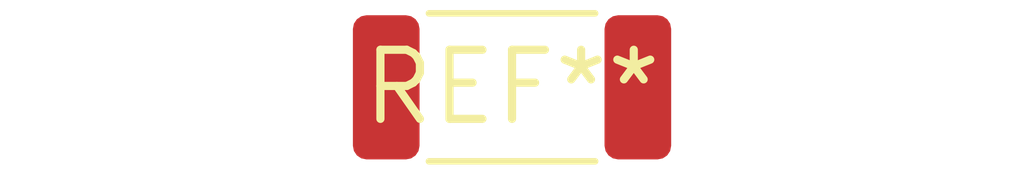
<source format=kicad_pcb>
(kicad_pcb (version 20240108) (generator pcbnew)
  (layers (0 "F.Cu" signal) (31 "B.Cu" signal) (34 "B.Paste" user) (35 "F.Paste" user) (36 "B.SilkS" user "B.Silkscreen") (37 "F.SilkS" user "F.Silkscreen") (38 "B.Mask" user) (39 "F.Mask" user) (44 "Edge.Cuts" user))
  (net 0 "")
  (footprint "R_2010_5025Metric" (layer "F.Cu") (at 0 0)
    (property "Reference" "REF**")
    (property "Value" "R_2010_5025Metric")
    (fp_line (start -1.527064 -1.36) (end 1.527064 -1.36) (layer "F.SilkS") (stroke (width 0.12)))
    (fp_line (start -1.527064 1.36) (end 1.527064 1.36) (layer "F.SilkS") (stroke (width 0.12)))
    (pad "1" smd roundrect (at -2.3125 0) (size 1.225 2.65) (layers "F.Cu" "F.Paste" "F.Mask") (roundrect_rratio 0.204082))
    (pad "2" smd roundrect (at 2.3125 0) (size 1.225 2.65) (layers "F.Cu" "F.Paste" "F.Mask") (roundrect_rratio 0.204082))
  )
)
</source>
